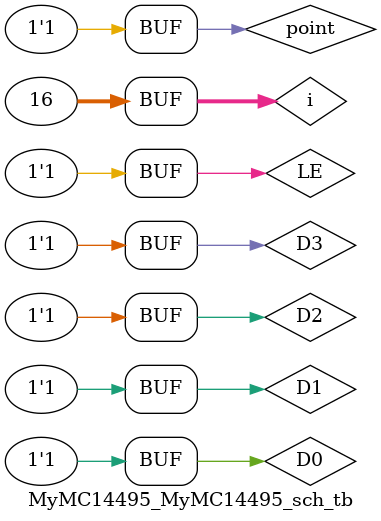
<source format=v>

`timescale 1ns / 1ps

module MyMC14495_MyMC14495_sch_tb();

// Inputs
   reg D0;
   reg D1;
   reg D2;
   reg D3;
   reg LE;
   reg point;

// Output
   wire a;
   wire b;
   wire c;
   wire d;
   wire e;
   wire f;
   wire g;
	wire p;

// Bidirs

// Instantiate the UUT
   MyMC14495 UUT (
		.D0(D0), 
		.D1(D1), 
		.D2(D2), 
		.D3(D3), 
		.LE(LE), 
		.point(point), 
		.a(a), 
		.b(b), 
		.c(c), 
		.d(d), 
		.e(e), 
		.f(f), 
		.g(g),
		.p(p)
   );
// Initialize Inputs
//   `ifdef auto_init
		integer i;
       initial begin
		D1 = 0;
		D3 = 0;
		D2 = 0;
		D0 = 0;
		LE = 0;
		point = 0;
		
		for(i=0; i<=15;  i=i+1) begin
			#50;
			{D3, D2, D1, D0}=i;
			point=i;
		end
		
		#50;
		LE=1;
	end
		
//   `endif
endmodule

</source>
